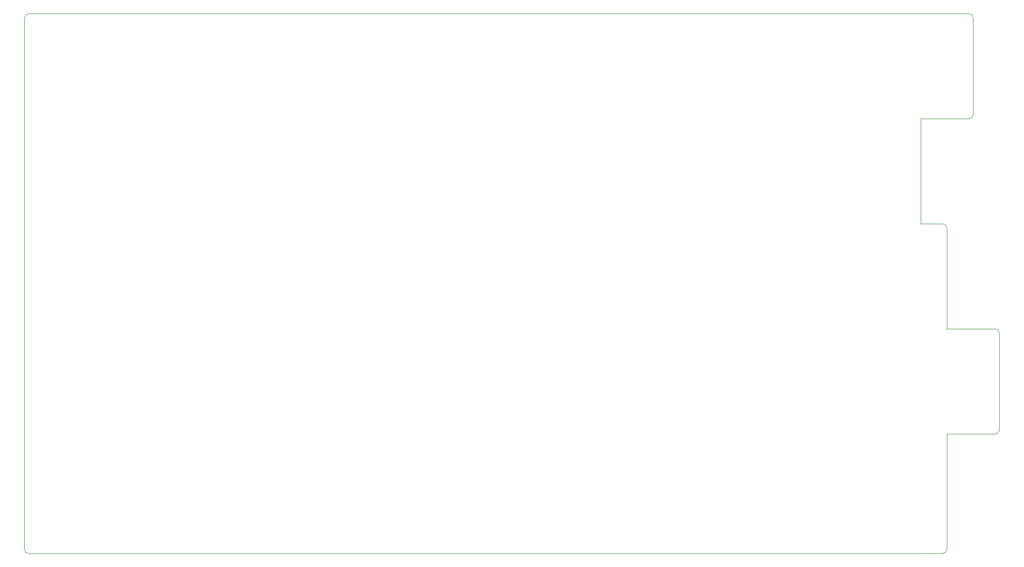
<source format=gbr>
%TF.GenerationSoftware,KiCad,Pcbnew,(5.1.7)-1*%
%TF.CreationDate,2020-11-02T22:52:20+01:00*%
%TF.ProjectId,Split65Left,53706c69-7436-4354-9c65-66742e6b6963,rev?*%
%TF.SameCoordinates,Original*%
%TF.FileFunction,Profile,NP*%
%FSLAX46Y46*%
G04 Gerber Fmt 4.6, Leading zero omitted, Abs format (unit mm)*
G04 Created by KiCad (PCBNEW (5.1.7)-1) date 2020-11-02 22:52:20*
%MOMM*%
%LPD*%
G01*
G04 APERTURE LIST*
%TA.AperFunction,Profile*%
%ADD10C,0.050000*%
%TD*%
G04 APERTURE END LIST*
D10*
X195932000Y-61330000D02*
G75*
G02*
X195218000Y-62044000I-714000J0D01*
G01*
X190458000Y-81084000D02*
G75*
G02*
X191172000Y-81798000I0J-714000D01*
G01*
X199978000Y-100124000D02*
G75*
G02*
X200692000Y-100838000I0J-714000D01*
G01*
X200692000Y-118450000D02*
G75*
G02*
X199978000Y-119164000I-714000J0D01*
G01*
X191172000Y-140108000D02*
G75*
G02*
X190458000Y-140822000I-714000J0D01*
G01*
X24810000Y-140822000D02*
G75*
G02*
X24096000Y-140108000I0J714000D01*
G01*
X24096000Y-43718000D02*
G75*
G02*
X24810000Y-43004000I714000J0D01*
G01*
X195218000Y-43004000D02*
G75*
G02*
X195932000Y-43718000I0J-714000D01*
G01*
X24810000Y-140822000D02*
X190458000Y-140822000D01*
X24096000Y-43718000D02*
X24096000Y-140108000D01*
X191172000Y-138204000D02*
X191172000Y-140108000D01*
X191172000Y-137490000D02*
X191172000Y-138204000D01*
X191172000Y-119164000D02*
X191172000Y-137490000D01*
X199978000Y-119164000D02*
X191172000Y-119164000D01*
X200692000Y-100838000D02*
X200692000Y-118450000D01*
X191172000Y-100124000D02*
X199978000Y-100124000D01*
X191172000Y-81798000D02*
X191172000Y-100124000D01*
X186412000Y-81084000D02*
X190458000Y-81084000D01*
X186412000Y-62044000D02*
X186412000Y-81084000D01*
X195218000Y-62044000D02*
X186412000Y-62044000D01*
X195932000Y-43718000D02*
X195932000Y-61330000D01*
X195218000Y-43004000D02*
X24810000Y-43004000D01*
M02*

</source>
